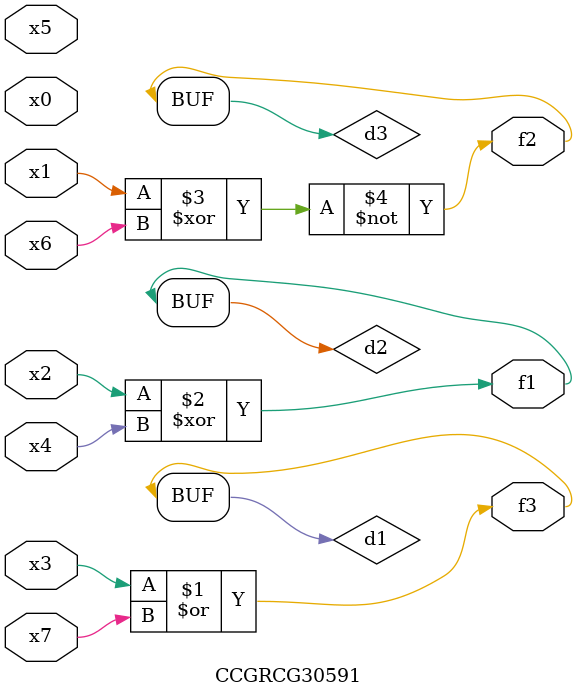
<source format=v>
module CCGRCG30591(
	input x0, x1, x2, x3, x4, x5, x6, x7,
	output f1, f2, f3
);

	wire d1, d2, d3;

	or (d1, x3, x7);
	xor (d2, x2, x4);
	xnor (d3, x1, x6);
	assign f1 = d2;
	assign f2 = d3;
	assign f3 = d1;
endmodule

</source>
